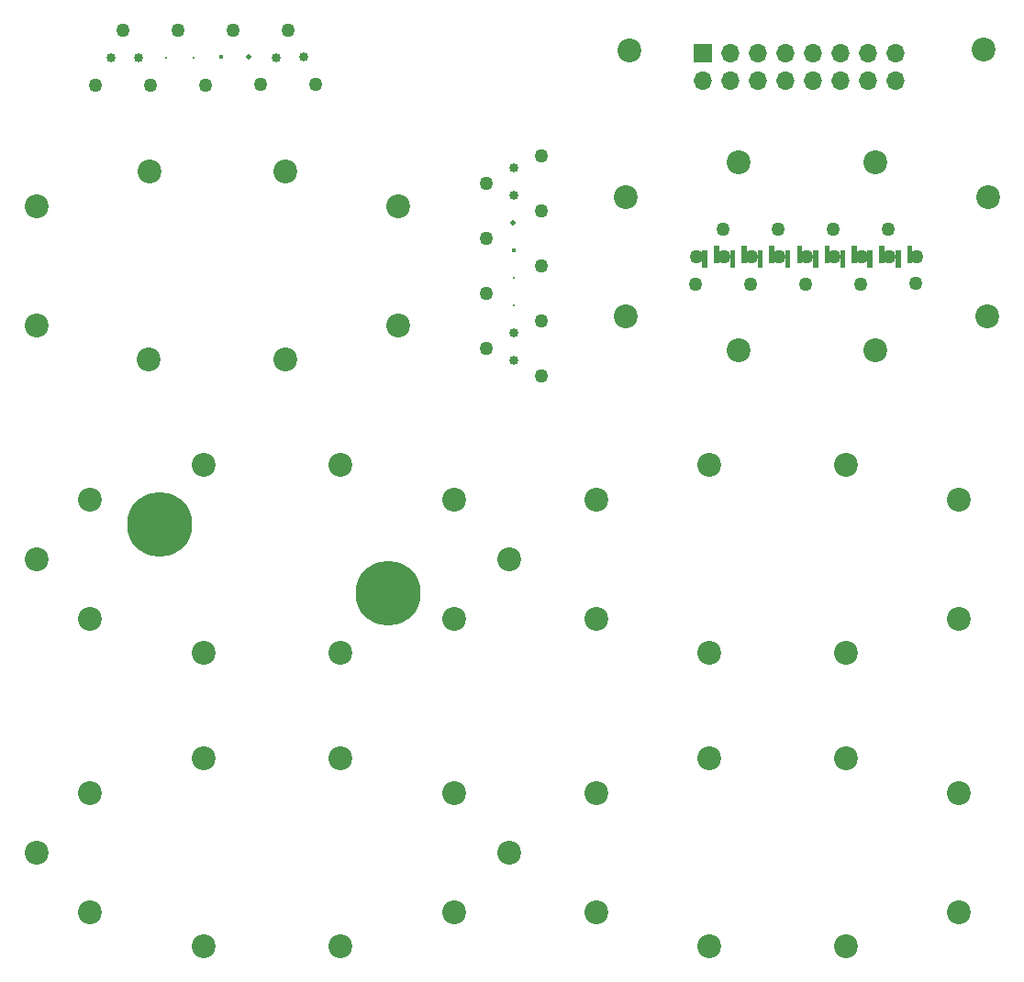
<source format=gbs>
%MOIN*%
%OFA0B0*%
%FSLAX46Y46*%
%IPPOS*%
%LPD*%
%ADD10C,0.0039370078740157488*%
%ADD11C,0.086614173228346469*%
%ADD12O,0.066929133858267723X0.066929133858267723*%
%ADD13R,0.066929133858267723X0.066929133858267723*%
%ADD14R,0.015748031496062995X0.059055118110236227*%
%ADD15C,0.05*%
%ADD26C,0.086614173228346469*%
%ADD27C,0.086614173228346469*%
%ADD28C,0.086614173228346469*%
%ADD29C,0.05*%
%ADD30C,0.01968503937007874*%
%ADD31C,0.015748031496062995*%
%ADD32C,0.011811023622047244*%
%ADD33C,0.00984251968503937*%
%ADD34C,0.033464566929133861*%
%ADD35C,0.05*%
%ADD36C,0.01968503937007874*%
%ADD37C,0.015748031496062995*%
%ADD38C,0.011811023622047244*%
%ADD39C,0.00984251968503937*%
%ADD40C,0.033464566929133861*%
%ADD41C,0.086614173228346469*%
%ADD42C,0.086614173228346469*%
%ADD43C,0.23622047244094491*%
G01*
D10*
G36*
X0002682200Y0002697381D02*
G01*
X0002697948Y0002697381D01*
X0002697948Y0002638326D01*
X0002682200Y0002638326D01*
X0002682200Y0002697381D01*
G37*
X0002682200Y0002697381D02*
X0002697948Y0002697381D01*
X0002697948Y0002638326D01*
X0002682200Y0002638326D01*
X0002682200Y0002697381D01*
G36*
X0002639681Y0002681633D02*
G01*
X0002655429Y0002681633D01*
X0002655429Y0002622578D01*
X0002639681Y0002622578D01*
X0002639681Y0002681633D01*
G37*
X0002639681Y0002681633D02*
X0002655429Y0002681633D01*
X0002655429Y0002622578D01*
X0002639681Y0002622578D01*
X0002639681Y0002681633D01*
G36*
X0002782200Y0002696381D02*
G01*
X0002797948Y0002696381D01*
X0002797948Y0002637326D01*
X0002782200Y0002637326D01*
X0002782200Y0002696381D01*
G37*
X0002782200Y0002696381D02*
X0002797948Y0002696381D01*
X0002797948Y0002637326D01*
X0002782200Y0002637326D01*
X0002782200Y0002696381D01*
G36*
X0002739681Y0002680633D02*
G01*
X0002755429Y0002680633D01*
X0002755429Y0002621578D01*
X0002739681Y0002621578D01*
X0002739681Y0002680633D01*
G37*
X0002739681Y0002680633D02*
X0002755429Y0002680633D01*
X0002755429Y0002621578D01*
X0002739681Y0002621578D01*
X0002739681Y0002680633D01*
G36*
X0002882700Y0002696881D02*
G01*
X0002898448Y0002696881D01*
X0002898448Y0002637826D01*
X0002882700Y0002637826D01*
X0002882700Y0002696881D01*
G37*
X0002882700Y0002696881D02*
X0002898448Y0002696881D01*
X0002898448Y0002637826D01*
X0002882700Y0002637826D01*
X0002882700Y0002696881D01*
G36*
X0002840181Y0002681133D02*
G01*
X0002855929Y0002681133D01*
X0002855929Y0002622078D01*
X0002840181Y0002622078D01*
X0002840181Y0002681133D01*
G37*
X0002840181Y0002681133D02*
X0002855929Y0002681133D01*
X0002855929Y0002622078D01*
X0002840181Y0002622078D01*
X0002840181Y0002681133D01*
G36*
X0002983200Y0002696881D02*
G01*
X0002998948Y0002696881D01*
X0002998948Y0002637826D01*
X0002983200Y0002637826D01*
X0002983200Y0002696881D01*
G37*
X0002983200Y0002696881D02*
X0002998948Y0002696881D01*
X0002998948Y0002637826D01*
X0002983200Y0002637826D01*
X0002983200Y0002696881D01*
G36*
X0002940681Y0002681133D02*
G01*
X0002956429Y0002681133D01*
X0002956429Y0002622078D01*
X0002940681Y0002622078D01*
X0002940681Y0002681133D01*
G37*
X0002940681Y0002681133D02*
X0002956429Y0002681133D01*
X0002956429Y0002622078D01*
X0002940681Y0002622078D01*
X0002940681Y0002681133D01*
G36*
X0002581700Y0002696881D02*
G01*
X0002597448Y0002696881D01*
X0002597448Y0002637826D01*
X0002581700Y0002637826D01*
X0002581700Y0002696881D01*
G37*
X0002581700Y0002696881D02*
X0002597448Y0002696881D01*
X0002597448Y0002637826D01*
X0002581700Y0002637826D01*
X0002581700Y0002696881D01*
G36*
X0002539181Y0002681133D02*
G01*
X0002554929Y0002681133D01*
X0002554929Y0002622078D01*
X0002539181Y0002622078D01*
X0002539181Y0002681133D01*
G37*
X0002539181Y0002681133D02*
X0002554929Y0002681133D01*
X0002554929Y0002622078D01*
X0002539181Y0002622078D01*
X0002539181Y0002681133D01*
G36*
X0003082200Y0002696881D02*
G01*
X0003097948Y0002696881D01*
X0003097948Y0002637826D01*
X0003082200Y0002637826D01*
X0003082200Y0002696881D01*
G37*
X0003082200Y0002696881D02*
X0003097948Y0002696881D01*
X0003097948Y0002637826D01*
X0003082200Y0002637826D01*
X0003082200Y0002696881D01*
G36*
X0003039681Y0002681133D02*
G01*
X0003055429Y0002681133D01*
X0003055429Y0002622078D01*
X0003039681Y0002622078D01*
X0003039681Y0002681133D01*
G37*
X0003039681Y0002681133D02*
X0003055429Y0002681133D01*
X0003055429Y0002622078D01*
X0003039681Y0002622078D01*
X0003039681Y0002681133D01*
G36*
X0003181700Y0002696881D02*
G01*
X0003197448Y0002696881D01*
X0003197448Y0002637826D01*
X0003181700Y0002637826D01*
X0003181700Y0002696881D01*
G37*
X0003181700Y0002696881D02*
X0003197448Y0002696881D01*
X0003197448Y0002637826D01*
X0003181700Y0002637826D01*
X0003181700Y0002696881D01*
G36*
X0003139181Y0002681133D02*
G01*
X0003154929Y0002681133D01*
X0003154929Y0002622078D01*
X0003139181Y0002622078D01*
X0003139181Y0002681133D01*
G37*
X0003139181Y0002681133D02*
X0003154929Y0002681133D01*
X0003154929Y0002622078D01*
X0003139181Y0002622078D01*
X0003139181Y0002681133D01*
G36*
X0003283200Y0002696881D02*
G01*
X0003298948Y0002696881D01*
X0003298948Y0002637826D01*
X0003283200Y0002637826D01*
X0003283200Y0002696881D01*
G37*
X0003283200Y0002696881D02*
X0003298948Y0002696881D01*
X0003298948Y0002637826D01*
X0003283200Y0002637826D01*
X0003283200Y0002696881D01*
G36*
X0003240681Y0002681133D02*
G01*
X0003256429Y0002681133D01*
X0003256429Y0002622078D01*
X0003240681Y0002622078D01*
X0003240681Y0002681133D01*
G37*
X0003240681Y0002681133D02*
X0003256429Y0002681133D01*
X0003256429Y0002622078D01*
X0003240681Y0002622078D01*
X0003240681Y0002681133D01*
D11*
X0002273314Y0003408480D03*
X0003560314Y0003410480D03*
D12*
X0003240314Y0003297480D03*
X0003240314Y0003397480D03*
X0003140314Y0003297480D03*
X0003140314Y0003397480D03*
X0003040314Y0003297480D03*
X0003040314Y0003397480D03*
X0002940314Y0003297480D03*
X0002940314Y0003397480D03*
X0002840314Y0003297480D03*
X0002840314Y0003397480D03*
X0002740314Y0003297480D03*
X0002740314Y0003397480D03*
X0002640314Y0003297480D03*
X0002640314Y0003397480D03*
X0002540314Y0003297480D03*
D13*
X0002540314Y0003397480D03*
D14*
X0002647555Y0002652106D03*
X0002690074Y0002667854D03*
X0002747555Y0002651106D03*
X0002790074Y0002666854D03*
X0002848055Y0002651606D03*
X0002890574Y0002667354D03*
X0002948555Y0002651606D03*
X0002991074Y0002667354D03*
X0002547055Y0002651606D03*
X0002589574Y0002667354D03*
D15*
X0002513314Y0002559480D03*
X0002518314Y0002659480D03*
D14*
X0003047555Y0002651606D03*
X0003090074Y0002667354D03*
D11*
X0002261314Y0002875980D03*
X0002670314Y0002316980D03*
X0002261314Y0002442980D03*
X0003575814Y0002442980D03*
X0003576314Y0002875980D03*
X0002670814Y0003001980D03*
X0003166814Y0002316980D03*
X0003166814Y0003001980D03*
D15*
X0002718814Y0002659480D03*
X0003013314Y0002759480D03*
X0002613314Y0002759480D03*
X0002818814Y0002659480D03*
X0002713314Y0002559480D03*
X0002618814Y0002659480D03*
X0003318814Y0002659480D03*
X0002913314Y0002559480D03*
X0003113314Y0002559480D03*
X0003313314Y0002560480D03*
X0003118814Y0002659480D03*
X0002918814Y0002659480D03*
X0003218314Y0002659480D03*
X0003213814Y0002759480D03*
X0003018314Y0002659480D03*
X0002813314Y0002759480D03*
D14*
X0003147055Y0002651606D03*
X0003189574Y0002667354D03*
X0003248555Y0002651606D03*
X0003291074Y0002667354D03*
G04 next file*
G04 #@! TF.GenerationSoftware,KiCad,Pcbnew,(5.1.12)-1*
G04 #@! TF.CreationDate,2022-03-26T22:12:51+08:00*
G04 #@! TF.ProjectId,Nozzle,4e6f7a7a-6c65-42e6-9b69-6361645f7063,0.5*
G04 #@! TF.SameCoordinates,Original*
G04 #@! TF.FileFunction,Soldermask,Bot*
G04 #@! TF.FilePolarity,Negative*
G04 Gerber Fmt 4.6, Leading zero omitted, Abs format (unit mm)*
G04 Created by KiCad (PCBNEW (5.1.12)-1) date 2022-03-26 22:12:51*
G01*
G04 APERTURE LIST*
G04 APERTURE END LIST*
D26*
X-0002614519Y0004115220D02*
X0002154980Y0000275720D03*
X0002154980Y0000708720D03*
X0003060480Y0000149720D03*
X0003469980Y0000708720D03*
X0002564480Y0000149720D03*
X0003469480Y0000275720D03*
X0003059980Y0000834720D03*
X0002564980Y0000834720D03*
G04 next file*
G04 #@! TF.GenerationSoftware,KiCad,Pcbnew,(5.1.12)-1*
G04 #@! TF.CreationDate,2022-03-26T22:12:51+08:00*
G04 #@! TF.ProjectId,Nozzle,4e6f7a7a-6c65-42e6-9b69-6361645f7063,0.5*
G04 #@! TF.SameCoordinates,Original*
G04 #@! TF.FileFunction,Soldermask,Bot*
G04 #@! TF.FilePolarity,Negative*
G04 Gerber Fmt 4.6, Leading zero omitted, Abs format (unit mm)*
G04 Created by KiCad (PCBNEW (5.1.12)-1) date 2022-03-26 22:12:51*
G01*
G04 APERTURE LIST*
G04 APERTURE END LIST*
D27*
X-0004649984Y0006249080D02*
X0000119515Y0002409580D03*
X0000119515Y0002842580D03*
X0001025015Y0002283580D03*
X0001434515Y0002842580D03*
X0000529015Y0002283580D03*
X0001434015Y0002409580D03*
X0001024515Y0002968580D03*
X0000529515Y0002968580D03*
G04 next file*
G04 #@! TF.GenerationSoftware,KiCad,Pcbnew,(5.1.12)-1*
G04 #@! TF.CreationDate,2022-03-26T22:12:51+08:00*
G04 #@! TF.ProjectId,Nozzle,4e6f7a7a-6c65-42e6-9b69-6361645f7063,0.5*
G04 #@! TF.SameCoordinates,Original*
G04 #@! TF.FileFunction,Soldermask,Bot*
G04 #@! TF.FilePolarity,Negative*
G04 Gerber Fmt 4.6, Leading zero omitted, Abs format (unit mm)*
G04 Created by KiCad (PCBNEW (5.1.12)-1) date 2022-03-26 22:12:51*
G01*
G04 APERTURE LIST*
G04 APERTURE END LIST*
D28*
X-0002614519Y0005182150D02*
X0002154980Y0001342650D03*
X0002154980Y0001775650D03*
X0003060480Y0001216650D03*
X0003469980Y0001775650D03*
X0002564480Y0001216650D03*
X0003469480Y0001342650D03*
X0003059980Y0001901650D03*
X0002564980Y0001901650D03*
G04 next file*
G04 #@! TF.GenerationSoftware,KiCad,Pcbnew,(5.1.12)-1*
G04 #@! TF.CreationDate,2022-03-26T22:19:29+08:00*
G04 #@! TF.ProjectId,Nozzle,4e6f7a7a-6c65-42e6-9b69-6361645f7063,0.5*
G04 #@! TF.SameCoordinates,Original*
G04 #@! TF.FileFunction,Soldermask,Bot*
G04 #@! TF.FilePolarity,Negative*
G04 Gerber Fmt 4.6, Leading zero omitted, Abs format (unit mm)*
G04 Created by KiCad (PCBNEW (5.1.12)-1) date 2022-03-26 22:19:29*
G01*
G04 APERTURE LIST*
G04 APERTURE END LIST*
D29*
X-0004724409Y0004724409D02*
X0001135590Y0003283409D03*
X0000535590Y0003282909D03*
X0000735590Y0003282909D03*
X0000935590Y0003283409D03*
X0000335590Y0003282909D03*
X0000435590Y0003482909D03*
X0000635590Y0003482909D03*
X0001035590Y0003482909D03*
X0000835590Y0003482909D03*
D30*
X0000891590Y0003384409D03*
D31*
X0000791590Y0003383409D03*
D32*
X0000691590Y0003382909D03*
D33*
X0000591590Y0003382909D03*
D34*
X0001090590Y0003383409D03*
X0000490590Y0003382909D03*
X0000990590Y0003382909D03*
X0000390590Y0003382909D03*
G04 next file*
G04 #@! TF.GenerationSoftware,KiCad,Pcbnew,(5.1.12)-1*
G04 #@! TF.CreationDate,2022-03-26T22:19:29+08:00*
G04 #@! TF.ProjectId,Nozzle,4e6f7a7a-6c65-42e6-9b69-6361645f7063,0.5*
G04 #@! TF.SameCoordinates,Original*
G04 #@! TF.FileFunction,Soldermask,Bot*
G04 #@! TF.FilePolarity,Negative*
G04 Gerber Fmt 4.6, Leading zero omitted, Abs format (unit mm)*
G04 Created by KiCad (PCBNEW (5.1.12)-1) date 2022-03-26 22:19:29*
G01*
G04 APERTURE LIST*
G04 APERTURE END LIST*
D35*
X0000511811Y-0002834645D02*
X0001952811Y0003025354D03*
X0001953311Y0002425354D03*
X0001953311Y0002625354D03*
X0001952811Y0002825354D03*
X0001953311Y0002225354D03*
X0001753311Y0002325354D03*
X0001753311Y0002525354D03*
X0001753311Y0002925354D03*
X0001753311Y0002725354D03*
D36*
X0001851811Y0002781354D03*
D37*
X0001852811Y0002681354D03*
D38*
X0001853311Y0002581354D03*
D39*
X0001853311Y0002481354D03*
D40*
X0001852811Y0002980354D03*
X0001853311Y0002380354D03*
X0001853311Y0002880354D03*
X0001853311Y0002280354D03*
G04 next file*
G04 #@! TF.GenerationSoftware,KiCad,Pcbnew,(5.1.12)-1*
G04 #@! TF.CreationDate,2022-03-26T22:23:47+08:00*
G04 #@! TF.ProjectId,Nozzle,4e6f7a7a-6c65-42e6-9b69-6361645f7063,0.5*
G04 #@! TF.SameCoordinates,Original*
G04 #@! TF.FileFunction,Soldermask,Bot*
G04 #@! TF.FilePolarity,Negative*
G04 Gerber Fmt 4.6, Leading zero omitted, Abs format (unit mm)*
G04 Created by KiCad (PCBNEW (5.1.12)-1) date 2022-03-26 22:23:47*
G01*
G04 APERTURE LIST*
G04 APERTURE END LIST*
D41*
X-0004461847Y0005193189D02*
X0001836652Y0000491189D03*
X0000119652Y0000491189D03*
X0001224652Y0000149689D03*
X0000315152Y0000275689D03*
X0001637652Y0000708689D03*
X0001224652Y0000834689D03*
X0000315152Y0000708689D03*
X0000728652Y0000834689D03*
X0000728652Y0000149689D03*
X0001637652Y0000275689D03*
G04 next file*
G04 #@! TF.GenerationSoftware,KiCad,Pcbnew,(5.1.12)-1*
G04 #@! TF.CreationDate,2022-03-26T22:12:19+08:00*
G04 #@! TF.ProjectId,Nozzle,4e6f7a7a-6c65-42e6-9b69-6361645f7063,0.5*
G04 #@! TF.SameCoordinates,Original*
G04 #@! TF.FileFunction,Soldermask,Bot*
G04 #@! TF.FilePolarity,Negative*
G04 Gerber Fmt 4.6, Leading zero omitted, Abs format (unit mm)*
G04 Created by KiCad (PCBNEW (5.1.12)-1) date 2022-03-26 22:12:19*
G01*
G04 APERTURE LIST*
G04 APERTURE END LIST*
D42*
X-0004461847Y0006260119D02*
X0001836652Y0001558119D03*
X0000119652Y0001558119D03*
D43*
X0001399152Y0001434119D03*
X0000567152Y0001685119D03*
D42*
X0001224652Y0001216619D03*
X0000315152Y0001342619D03*
X0001637652Y0001775619D03*
X0001224652Y0001901619D03*
X0000315152Y0001775619D03*
X0000728652Y0001901619D03*
X0000728652Y0001216619D03*
X0001637652Y0001342619D03*
M02*
</source>
